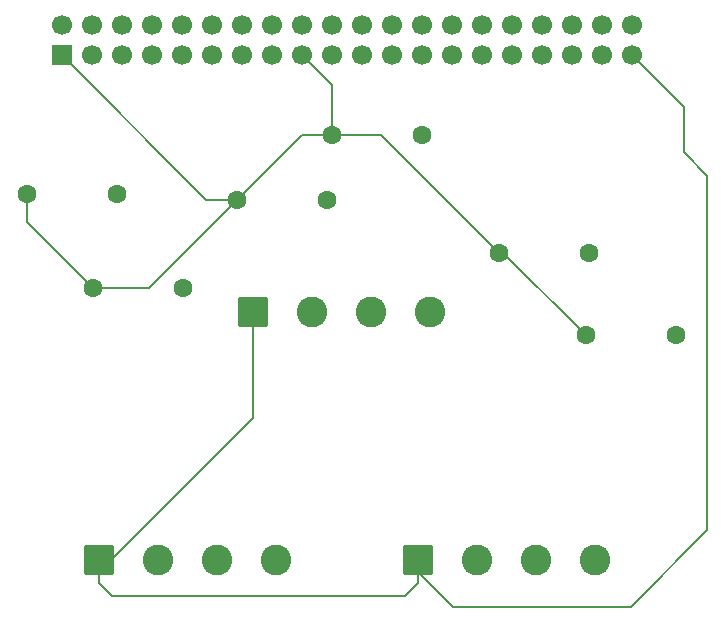
<source format=gbl>
G04 #@! TF.GenerationSoftware,KiCad,Pcbnew,9.0.7*
G04 #@! TF.CreationDate,2026-01-15T18:53:01-08:00*
G04 #@! TF.ProjectId,encoders,656e636f-6465-4727-932e-6b696361645f,rev?*
G04 #@! TF.SameCoordinates,Original*
G04 #@! TF.FileFunction,Copper,L2,Bot*
G04 #@! TF.FilePolarity,Positive*
%FSLAX46Y46*%
G04 Gerber Fmt 4.6, Leading zero omitted, Abs format (unit mm)*
G04 Created by KiCad (PCBNEW 9.0.7) date 2026-01-15 18:53:01*
%MOMM*%
%LPD*%
G01*
G04 APERTURE LIST*
G04 Aperture macros list*
%AMRoundRect*
0 Rectangle with rounded corners*
0 $1 Rounding radius*
0 $2 $3 $4 $5 $6 $7 $8 $9 X,Y pos of 4 corners*
0 Add a 4 corners polygon primitive as box body*
4,1,4,$2,$3,$4,$5,$6,$7,$8,$9,$2,$3,0*
0 Add four circle primitives for the rounded corners*
1,1,$1+$1,$2,$3*
1,1,$1+$1,$4,$5*
1,1,$1+$1,$6,$7*
1,1,$1+$1,$8,$9*
0 Add four rect primitives between the rounded corners*
20,1,$1+$1,$2,$3,$4,$5,0*
20,1,$1+$1,$4,$5,$6,$7,0*
20,1,$1+$1,$6,$7,$8,$9,0*
20,1,$1+$1,$8,$9,$2,$3,0*%
G04 Aperture macros list end*
G04 #@! TA.AperFunction,ComponentPad*
%ADD10RoundRect,0.250000X-1.050000X-1.050000X1.050000X-1.050000X1.050000X1.050000X-1.050000X1.050000X0*%
G04 #@! TD*
G04 #@! TA.AperFunction,ComponentPad*
%ADD11C,2.600000*%
G04 #@! TD*
G04 #@! TA.AperFunction,ComponentPad*
%ADD12C,1.600000*%
G04 #@! TD*
G04 #@! TA.AperFunction,ComponentPad*
%ADD13R,1.700000X1.700000*%
G04 #@! TD*
G04 #@! TA.AperFunction,ComponentPad*
%ADD14C,1.700000*%
G04 #@! TD*
G04 #@! TA.AperFunction,Conductor*
%ADD15C,0.200000*%
G04 #@! TD*
G04 APERTURE END LIST*
D10*
X111500000Y-91500000D03*
D11*
X116500000Y-91500000D03*
X121500000Y-91500000D03*
X126500000Y-91500000D03*
D12*
X105380000Y-60500000D03*
X113000000Y-60500000D03*
X145380000Y-65500000D03*
X153000000Y-65500000D03*
X123190000Y-61000000D03*
X130810000Y-61000000D03*
D10*
X124500000Y-70500000D03*
D11*
X129500000Y-70500000D03*
X134500000Y-70500000D03*
X139500000Y-70500000D03*
D12*
X131190000Y-55500000D03*
X138810000Y-55500000D03*
D10*
X138500000Y-91500000D03*
D11*
X143500000Y-91500000D03*
X148500000Y-91500000D03*
X153500000Y-91500000D03*
D12*
X111000000Y-68500000D03*
X118620000Y-68500000D03*
X152690000Y-72500000D03*
X160310000Y-72500000D03*
D13*
X108370000Y-48770000D03*
D14*
X108370000Y-46230000D03*
X110910000Y-48770000D03*
X110910000Y-46230000D03*
X113450000Y-48770000D03*
X113450000Y-46230000D03*
X115990000Y-48770000D03*
X115990000Y-46230000D03*
X118530000Y-48770000D03*
X118530000Y-46230000D03*
X121070000Y-48770000D03*
X121070000Y-46230000D03*
X123610000Y-48770000D03*
X123610000Y-46230000D03*
X126150000Y-48770000D03*
X126150000Y-46230000D03*
X128690000Y-48770000D03*
X128690000Y-46230000D03*
X131230000Y-48770000D03*
X131230000Y-46230000D03*
X133770000Y-48770000D03*
X133770000Y-46230000D03*
X136310000Y-48770000D03*
X136310000Y-46230000D03*
X138850000Y-48770000D03*
X138850000Y-46230000D03*
X141390000Y-48770000D03*
X141390000Y-46230000D03*
X143930000Y-48770000D03*
X143930000Y-46230000D03*
X146470000Y-48770000D03*
X146470000Y-46230000D03*
X149010000Y-48770000D03*
X149010000Y-46230000D03*
X151550000Y-48770000D03*
X151550000Y-46230000D03*
X154090000Y-48770000D03*
X154090000Y-46230000D03*
X156630000Y-48770000D03*
X156630000Y-46230000D03*
D15*
X161000000Y-57000000D02*
X161000000Y-53140000D01*
X124500000Y-79500000D02*
X124500000Y-70500000D01*
X137399000Y-94601000D02*
X112601000Y-94601000D01*
X163000000Y-59000000D02*
X161000000Y-57000000D01*
X112500000Y-91500000D02*
X124500000Y-79500000D01*
X138500000Y-91500000D02*
X138500000Y-93500000D01*
X138500000Y-93500000D02*
X137399000Y-94601000D01*
X111500000Y-91500000D02*
X112500000Y-91500000D01*
X112601000Y-94601000D02*
X111500000Y-93500000D01*
X163000000Y-89000000D02*
X163000000Y-59000000D01*
X111500000Y-93500000D02*
X111500000Y-91500000D01*
X161000000Y-53140000D02*
X156630000Y-48770000D01*
X156500000Y-95500000D02*
X163000000Y-89000000D01*
X141500000Y-95500000D02*
X156500000Y-95500000D01*
X138500000Y-92500000D02*
X141500000Y-95500000D01*
X138500000Y-91500000D02*
X138500000Y-92500000D01*
X145380000Y-65500000D02*
X145690000Y-65500000D01*
X123190000Y-61000000D02*
X115690000Y-68500000D01*
X108370000Y-48770000D02*
X120600000Y-61000000D01*
X131190000Y-55500000D02*
X128690000Y-55500000D01*
X105380000Y-62880000D02*
X105380000Y-60500000D01*
X123190000Y-61500000D02*
X123190000Y-61000000D01*
X128690000Y-48770000D02*
X131190000Y-51270000D01*
X131190000Y-55500000D02*
X135380000Y-55500000D01*
X128690000Y-55500000D02*
X123190000Y-61000000D01*
X115690000Y-68500000D02*
X111000000Y-68500000D01*
X145690000Y-65500000D02*
X152690000Y-72500000D01*
X131190000Y-51270000D02*
X131190000Y-55500000D01*
X111000000Y-68500000D02*
X105380000Y-62880000D01*
X135380000Y-55500000D02*
X145380000Y-65500000D01*
X120600000Y-61000000D02*
X123190000Y-61000000D01*
M02*

</source>
